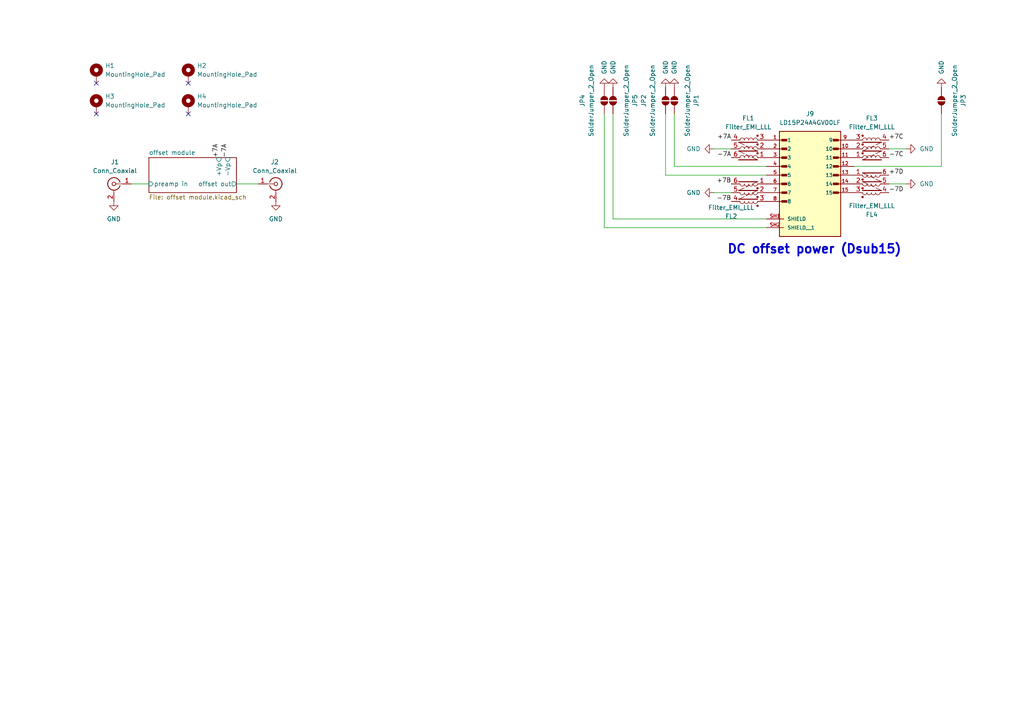
<source format=kicad_sch>
(kicad_sch (version 20250114) (generator "eeschema") (generator_version "9.0")
  (paper "A4")
  (lib_symbols
    (symbol "Connector:Conn_Coaxial" (pin_names (offset 1.016) (hide yes))
      (property "Reference" "J" (at 0.254 3.048 0))
      (property "Value" "Conn_Coaxial" (at 2.921 0 90))
      (symbol "Conn_Coaxial_0_1"
        (polyline (pts (xy -2.54 0) (xy -0.508 0)))
        (arc (start 1.778 0) (mid 0.222 -1.8079) (end -1.778 -0.508) (stroke (width 0.254)))
        (arc (start -1.778 0.508) (mid 0.2221 1.8084) (end 1.778 0) (stroke (width 0.254)))
        (circle (center 0 0) (radius 0.508) (stroke (width 0.2032)))
        (polyline (pts (xy 0 -2.54) (xy 0 -1.778)))
      )
      (symbol "Conn_Coaxial_1_1"
        (pin passive line (at -5.08 0 0) (length 2.54) (name "In") (number "1"))
        (pin passive line (at 0 -5.08 90) (length 2.54) (name "Ext") (number "2"))
      )
    )
    (symbol "Device:Filter_EMI_LLL" (pin_names (hide yes))
      (property "Reference" "FL1" (at 0.1385 8.89 0))
      (property "Value" "Filter_EMI_LLL" (at 0.1385 6.35 0))
      (symbol "Filter_EMI_LLL_0_1"
        (circle (center -2.54 3.81) (radius 0.254) (fill (type outline)))
        (polyline (pts (xy -2.54 1.905) (xy 2.921 1.905)) (stroke (width 0.3)))
        (circle (center -2.54 1.27) (radius 0.254) (fill (type outline)))
        (polyline (pts (xy -2.54 -0.635) (xy 2.921 -0.635)) (stroke (width 0.3)))
        (circle (center -2.54 -1.27) (radius 0.254) (fill (type outline)))
        (polyline (pts (xy -2.54 -3.175) (xy 2.921 -3.175)) (stroke (width 0.3)))
        (arc (start -2.54 2.54) (mid -1.905 3.1723) (end -1.27 2.54))
        (arc (start -2.54 0) (mid -1.905 0.6323) (end -1.27 0))
        (arc (start -2.54 -2.54) (mid -1.905 -1.9077) (end -1.27 -2.54))
        (polyline (pts (xy -0.889 0.127) (xy -2.54 -0.635)) (stroke (width 0.1524)))
        (polyline (pts (xy -0.889 -2.413) (xy -2.54 -3.175)) (stroke (width 0.1524)))
        (arc (start -1.27 2.54) (mid -0.635 3.1723) (end 0 2.54))
        (arc (start -1.27 0) (mid -0.635 0.6323) (end 0 0))
        (arc (start -1.27 -2.54) (mid -0.635 -1.9077) (end 0 -2.54))
        (arc (start 0 2.54) (mid 0.635 3.1723) (end 1.27 2.54))
        (arc (start 0 0) (mid 0.635 0.6323) (end 1.27 0))
        (arc (start 0 -2.54) (mid 0.635 -1.9077) (end 1.27 -2.54))
        (polyline (pts (xy 0.762 0.889) (xy -0.254 0.381)) (stroke (width 0.1524)))
        (polyline (pts (xy 0.762 -1.651) (xy -0.254 -2.159)) (stroke (width 0.1524)))
        (arc (start 1.27 2.54) (mid 1.905 3.1723) (end 2.54 2.54))
        (arc (start 1.27 0) (mid 1.905 0.6323) (end 2.54 0))
        (arc (start 1.27 -2.54) (mid 1.905 -1.9077) (end 2.54 -2.54))
        (polyline (pts (xy 2.921 1.905) (xy 1.27 1.143)) (stroke (width 0.1524)))
        (polyline (pts (xy 2.921 -0.635) (xy 1.27 -1.397)) (stroke (width 0.1524)))
      )
      (symbol "Filter_EMI_LLL_1_1"
        (pin passive line (at -5.08 2.54 0) (length 2.54) (name "1") (number "3"))
        (pin passive line (at -5.08 0 0) (length 2.54) (name "3") (number "2"))
        (pin passive line (at -5.08 -2.54 0) (length 2.54) (name "5") (number "1"))
        (pin passive line (at 5.08 2.54 180) (length 2.54) (name "2") (number "4"))
        (pin passive line (at 5.08 0 180) (length 2.54) (name "4") (number "5"))
        (pin passive line (at 5.08 -2.54 180) (length 2.54) (name "6") (number "6"))
      )
    )
    (symbol "Jumper:SolderJumper_2_Open" (pin_numbers (hide yes)) (pin_names (offset 0) (hide yes)) (in_bom no)
      (property "Reference" "JP" (at 0 2.032 0))
      (property "Value" "SolderJumper_2_Open" (at 0 -2.54 0))
      (symbol "SolderJumper_2_Open_0_1"
        (polyline (pts (xy -0.254 1.016) (xy -0.254 -1.016)))
        (arc (start -0.254 -1.016) (mid -1.2656 0) (end -0.254 1.016))
        (arc (start -0.254 -1.016) (mid -1.2656 0) (end -0.254 1.016) (fill (type outline)))
        (arc (start 0.254 1.016) (mid 1.2656 0) (end 0.254 -1.016))
        (arc (start 0.254 1.016) (mid 1.2656 0) (end 0.254 -1.016) (fill (type outline)))
        (polyline (pts (xy 0.254 1.016) (xy 0.254 -1.016)))
      )
      (symbol "SolderJumper_2_Open_1_1"
        (pin passive line (at -3.81 0 0) (length 2.54) (name "A") (number "1"))
        (pin passive line (at 3.81 0 180) (length 2.54) (name "B") (number "2"))
      )
    )
    (symbol "Library:LD15P24A4GV00LF" (pin_names (offset 1.016))
      (property "Reference" "J" (at -10.16 13.97 0))
      (property "Value" "LD15P24A4GV00LF" (at -10.16 -20.32 0))
      (symbol "LD15P24A4GV00LF_0_0"
        (rectangle (start -8.89 -17.78) (end 8.89 12.7) (stroke (width 0.254)) (fill (type background)))
        (rectangle (start -8.255 9.8425) (end -6.6675 10.4775) (stroke (width 0.1)) (fill (type outline)))
        (rectangle (start -8.255 7.3025) (end -6.6675 7.9375) (stroke (width 0.1)) (fill (type outline)))
        (rectangle (start -8.255 4.7625) (end -6.6675 5.3975) (stroke (width 0.1)) (fill (type outline)))
        (rectangle (start -8.255 2.2225) (end -6.6675 2.8575) (stroke (width 0.1)) (fill (type outline)))
        (rectangle (start -8.255 -0.3175) (end -6.6675 0.3175) (stroke (width 0.1)) (fill (type outline)))
        (rectangle (start -8.255 -2.8575) (end -6.6675 -2.2225) (stroke (width 0.1)) (fill (type outline)))
        (rectangle (start -8.255 -5.3975) (end -6.6675 -4.7625) (stroke (width 0.1)) (fill (type outline)))
        (rectangle (start -8.255 -7.9375) (end -6.6675 -7.3025) (stroke (width 0.1)) (fill (type outline)))
        (rectangle (start 6.6675 9.8425) (end 8.255 10.4775) (stroke (width 0.1)) (fill (type outline)))
        (rectangle (start 6.6675 7.3025) (end 8.255 7.9375) (stroke (width 0.1)) (fill (type outline)))
        (rectangle (start 6.6675 4.7625) (end 8.255 5.3975) (stroke (width 0.1)) (fill (type outline)))
        (rectangle (start 6.6675 2.2225) (end 8.255 2.8575) (stroke (width 0.1)) (fill (type outline)))
        (rectangle (start 6.6675 -0.3175) (end 8.255 0.3175) (stroke (width 0.1)) (fill (type outline)))
        (rectangle (start 6.6675 -2.8575) (end 8.255 -2.2225) (stroke (width 0.1)) (fill (type outline)))
        (rectangle (start 6.6675 -5.3975) (end 8.255 -4.7625) (stroke (width 0.1)) (fill (type outline)))
        (pin passive line (at -12.7 10.16 0) (length 5.08) (name "1") (number "1"))
        (pin passive line (at -12.7 7.62 0) (length 5.08) (name "2") (number "2"))
        (pin passive line (at -12.7 5.08 0) (length 5.08) (name "3") (number "3"))
        (pin passive line (at -12.7 2.54 0) (length 5.08) (name "4") (number "4"))
        (pin passive line (at -12.7 0 0) (length 5.08) (name "5") (number "5"))
        (pin passive line (at -12.7 -2.54 0) (length 5.08) (name "6") (number "6"))
        (pin passive line (at -12.7 -5.08 0) (length 5.08) (name "7") (number "7"))
        (pin passive line (at -12.7 -7.62 0) (length 5.08) (name "8") (number "8"))
        (pin passive line (at -12.7 -12.7 0) (length 5.08) (name "SHIELD") (number "SH1"))
        (pin passive line (at -12.7 -15.24 0) (length 5.08) (name "SHIELD__1") (number "SH2"))
        (pin passive line (at 12.7 10.16 180) (length 5.08) (name "9") (number "9"))
        (pin passive line (at 12.7 7.62 180) (length 5.08) (name "10") (number "10"))
        (pin passive line (at 12.7 5.08 180) (length 5.08) (name "11") (number "11"))
        (pin passive line (at 12.7 2.54 180) (length 5.08) (name "12") (number "12"))
        (pin passive line (at 12.7 0 180) (length 5.08) (name "13") (number "13"))
        (pin passive line (at 12.7 -2.54 180) (length 5.08) (name "14") (number "14"))
        (pin passive line (at 12.7 -5.08 180) (length 5.08) (name "15") (number "15"))
      )
    )
    (symbol "Mechanical:MountingHole_Pad" (pin_numbers (hide yes)) (pin_names (offset 1.016) (hide yes)) (in_bom no)
      (property "Reference" "H" (at 0 6.35 0))
      (property "Value" "MountingHole_Pad" (at 0 4.445 0))
      (symbol "MountingHole_Pad_0_1"
        (circle (center 0 1.27) (radius 1.27) (stroke (width 1.27)))
      )
      (symbol "MountingHole_Pad_1_1"
        (pin input line (at 0 -2.54 90) (length 2.54) (name "1") (number "1"))
      )
    )
    (symbol "power:GND" (power) (pin_numbers (hide yes)) (pin_names (offset 0) (hide yes))
      (property "Value" "GND" (at 0 -3.81 0))
      (symbol "GND_0_1"
        (polyline (pts (xy 0 0) (xy 0 -1.27) (xy 1.27 -1.27) (xy 0 -2.54) (xy -1.27 -1.27) (xy 0 -1.27)))
      )
      (symbol "GND_1_1"
        (pin power_in line (at 0 0 270) (length 0) (name "~") (number "1"))
      )
    )
  )
  (text "DC offset power (Dsub15)" (at 236.22 72.39 0) (effects (font (size 2.54 2.54) (thickness 0.508) (bold yes))))
  (no_connect (at 27.94 33.02))
  (no_connect (at 54.61 24.13))
  (no_connect (at 54.61 33.02))
  (no_connect (at 27.94 24.13))
  (wire (pts (xy 262.89 43.18) (xy 257.81 43.18)))
  (wire (pts (xy 38.1 53.34) (xy 43.18 53.34)))
  (wire (pts (xy 175.26 33.02) (xy 175.26 66.04)))
  (wire (pts (xy 193.04 33.02) (xy 193.04 50.8)))
  (wire (pts (xy 195.58 48.26) (xy 195.58 33.02)))
  (wire (pts (xy 222.25 48.26) (xy 195.58 48.26)))
  (wire (pts (xy 222.25 63.5) (xy 177.8 63.5)))
  (wire (pts (xy 207.01 55.88) (xy 212.09 55.88)))
  (wire (pts (xy 262.89 53.34) (xy 257.81 53.34)))
  (wire (pts (xy 193.04 50.8) (xy 222.25 50.8)))
  (wire (pts (xy 273.05 48.26) (xy 273.05 33.02)))
  (wire (pts (xy 207.01 43.18) (xy 212.09 43.18)))
  (wire (pts (xy 177.8 63.5) (xy 177.8 33.02)))
  (wire (pts (xy 247.65 48.26) (xy 273.05 48.26)))
  (wire (pts (xy 68.58 53.34) (xy 74.93 53.34)))
  (wire (pts (xy 175.26 66.04) (xy 222.25 66.04)))
  (label "+7B" (at 212.09 53.34 180))
  (label "-7A" (at 66.04 45.72 90))
  (label "+7A" (at 212.09 40.64 180))
  (label "-7A" (at 212.09 45.72 180))
  (label "+7C" (at 257.81 40.64 0))
  (label "-7C" (at 257.81 45.72 0))
  (label "-7B" (at 212.09 58.42 180))
  (label "-7D" (at 257.81 55.88 0))
  (label "+7D" (at 257.81 50.8 0))
  (label "+7A" (at 63.5 45.72 90))
  (symbol (lib_id "Connector:Conn_Coaxial") (at 80.01 53.34 0) (unit 1)
    (property "Reference" "J2" (at 79.6926 46.99 0))
    (property "Value" "Conn_Coaxial" (at 79.6926 49.53 0))
    (property "Footprint" "Connector_Coaxial:MMCX_Molex_73415-0961_Horizontal_1.0mm-PCB" (effects (hide yes)))
    (property "Description" "coaxial connector (BNC, SMA, SMB, SMC, Cinch/RCA, LEMO, ...)" (effects (hide yes)))
  )
  (symbol (lib_id "Mechanical:MountingHole_Pad") (at 27.94 21.59 0) (unit 1) (in_bom no)
    (property "Reference" "H1" (at 30.48 19.0499 0) (effects (justify left)))
    (property "Value" "MountingHole_Pad" (at 30.48 21.5899 0) (effects (justify left)))
    (property "Footprint" "MountingHole:MountingHole_3.2mm_M3_Pad" (effects (hide yes)))
    (property "Description" "Mounting Hole with connection" (effects (hide yes)))
  )
  (symbol (lib_id "power:GND") (at 175.26 25.4 180) (unit 1)
    (property "Reference" "#PWR033" (effects (hide yes)))
    (property "Value" "GND" (at 175.2601 21.59 90) (effects (justify right)))
    (property "Description" "Power symbol creates a global label with name \"GND\" , ground" (effects (hide yes)))
  )
  (symbol (lib_id "Device:Filter_EMI_LLL") (at 252.73 43.18 0) (unit 1)
    (property "Reference" "FL3" (at 252.8685 34.29 0))
    (property "Value" "Filter_EMI_LLL" (at 252.8685 36.83 0))
    (property "Footprint" "Library:WE-SL3_744252XXX" (effects (hide yes)))
    (property "Datasheet" "https://www.we-online.com/components/products/datasheet/744253200.pdf" (effects (hide yes)))
    (property "Description" "EMI 3-inductor filter" (effects (hide yes)))
  )
  (symbol (lib_id "Jumper:SolderJumper_2_Open") (at 177.8 29.21 270) (unit 1) (in_bom no)
    (property "Reference" "JP5" (at 184.15 29.21 0))
    (property "Value" "SolderJumper_2_Open" (at 181.61 29.21 0))
    (property "Description" "Solder Jumper, 2-pole, open" (effects (hide yes)))
  )
  (symbol (lib_id "power:GND") (at 177.8 25.4 180) (unit 1)
    (property "Reference" "#PWR034" (effects (hide yes)))
    (property "Value" "GND" (at 177.8001 21.59 90) (effects (justify right)))
    (property "Description" "Power symbol creates a global label with name \"GND\" , ground" (effects (hide yes)))
  )
  (symbol (lib_id "Jumper:SolderJumper_2_Open") (at 175.26 29.21 270) (unit 1) (in_bom no)
    (property "Reference" "JP4" (at 168.91 29.21 0))
    (property "Value" "SolderJumper_2_Open" (at 171.45 29.21 0))
    (property "Description" "Solder Jumper, 2-pole, open" (effects (hide yes)))
  )
  (symbol (lib_id "Mechanical:MountingHole_Pad") (at 54.61 30.48 0) (unit 1) (in_bom no)
    (property "Reference" "H4" (at 57.15 27.9399 0) (effects (justify left)))
    (property "Value" "MountingHole_Pad" (at 57.15 30.4799 0) (effects (justify left)))
    (property "Footprint" "MountingHole:MountingHole_3.2mm_M3_Pad" (effects (hide yes)))
    (property "Description" "Mounting Hole with connection" (effects (hide yes)))
  )
  (symbol (lib_id "power:GND") (at 262.89 53.34 90) (mirror x) (unit 1)
    (property "Reference" "#PWR031" (effects (hide yes)))
    (property "Value" "GND" (at 266.7 53.3399 90) (effects (justify right)))
    (property "Description" "Power symbol creates a global label with name \"GND\" , ground" (effects (hide yes)))
  )
  (symbol (lib_id "power:GND") (at 33.02 58.42 0) (unit 1)
    (property "Reference" "#PWR04" (effects (hide yes)))
    (property "Value" "GND" (at 33.02 63.5 0))
    (property "Description" "Power symbol creates a global label with name \"GND\" , ground" (effects (hide yes)))
  )
  (symbol (lib_id "Device:Filter_EMI_LLL") (at 252.73 53.34 0) (mirror x) (unit 1)
    (property "Reference" "FL4" (at 252.8685 62.23 0))
    (property "Value" "Filter_EMI_LLL" (at 252.8685 59.69 0))
    (property "Footprint" "Library:WE-SL3_744252XXX" (effects (hide yes)))
    (property "Datasheet" "https://www.we-online.com/components/products/datasheet/744253200.pdf" (effects (hide yes)))
    (property "Description" "EMI 3-inductor filter" (effects (hide yes)))
  )
  (symbol (lib_id "power:GND") (at 207.01 43.18 270) (unit 1)
    (property "Reference" "#PWR09" (effects (hide yes)))
    (property "Value" "GND" (at 203.2 43.1799 90) (effects (justify right)))
    (property "Description" "Power symbol creates a global label with name \"GND\" , ground" (effects (hide yes)))
  )
  (symbol (lib_id "power:GND") (at 207.01 55.88 270) (unit 1)
    (property "Reference" "#PWR029" (effects (hide yes)))
    (property "Value" "GND" (at 203.2 55.8799 90) (effects (justify right)))
    (property "Description" "Power symbol creates a global label with name \"GND\" , ground" (effects (hide yes)))
  )
  (symbol (lib_id "Jumper:SolderJumper_2_Open") (at 273.05 29.21 270) (unit 1) (in_bom no)
    (property "Reference" "JP3" (at 279.4 29.21 0))
    (property "Value" "SolderJumper_2_Open" (at 276.86 29.21 0))
    (property "Description" "Solder Jumper, 2-pole, open" (effects (hide yes)))
  )
  (symbol (lib_id "Device:Filter_EMI_LLL") (at 217.17 55.88 180) (unit 1)
    (property "Reference" "FL2" (at 212.09 62.738 0))
    (property "Value" "Filter_EMI_LLL" (at 212.09 60.198 0))
    (property "Footprint" "Library:WE-SL3_744252XXX" (effects (hide yes)))
    (property "Datasheet" "https://www.we-online.com/components/products/datasheet/744253200.pdf" (effects (hide yes)))
    (property "Description" "EMI 3-inductor filter" (effects (hide yes)))
  )
  (symbol (lib_id "power:GND") (at 80.01 58.42 0) (mirror y) (unit 1)
    (property "Reference" "#PWR05" (effects (hide yes)))
    (property "Value" "GND" (at 80.01 63.5 0))
    (property "Description" "Power symbol creates a global label with name \"GND\" , ground" (effects (hide yes)))
  )
  (symbol (lib_id "Jumper:SolderJumper_2_Open") (at 195.58 29.21 270) (unit 1) (in_bom no)
    (property "Reference" "JP1" (at 201.93 29.21 0))
    (property "Value" "SolderJumper_2_Open" (at 199.39 29.21 0))
    (property "Description" "Solder Jumper, 2-pole, open" (effects (hide yes)))
  )
  (symbol (lib_id "Mechanical:MountingHole_Pad") (at 27.94 30.48 0) (unit 1) (in_bom no)
    (property "Reference" "H3" (at 30.48 27.9399 0) (effects (justify left)))
    (property "Value" "MountingHole_Pad" (at 30.48 30.4799 0) (effects (justify left)))
    (property "Footprint" "MountingHole:MountingHole_3.2mm_M3_Pad" (effects (hide yes)))
    (property "Description" "Mounting Hole with connection" (effects (hide yes)))
  )
  (symbol (lib_id "power:GND") (at 262.89 43.18 90) (mirror x) (unit 1)
    (property "Reference" "#PWR030" (effects (hide yes)))
    (property "Value" "GND" (at 266.7 43.1799 90) (effects (justify right)))
    (property "Description" "Power symbol creates a global label with name \"GND\" , ground" (effects (hide yes)))
  )
  (symbol (lib_id "Connector:Conn_Coaxial") (at 33.02 53.34 0) (mirror y) (unit 1)
    (property "Reference" "J1" (at 33.3374 46.99 0))
    (property "Value" "Conn_Coaxial" (at 33.3374 49.53 0))
    (property "Footprint" "Connector_Coaxial:MMCX_Molex_73415-0961_Horizontal_1.0mm-PCB" (effects (hide yes)))
    (property "Description" "coaxial connector (BNC, SMA, SMB, SMC, Cinch/RCA, LEMO, ...)" (effects (hide yes)))
  )
  (symbol (lib_id "Device:Filter_EMI_LLL") (at 217.17 43.18 0) (mirror y) (unit 1)
    (property "Reference" "FL1" (at 217.0315 34.29 0))
    (property "Value" "Filter_EMI_LLL" (at 217.0315 36.83 0))
    (property "Footprint" "Library:WE-SL3_744252XXX" (effects (hide yes)))
    (property "Datasheet" "https://www.we-online.com/components/products/datasheet/744253200.pdf" (effects (hide yes)))
    (property "Description" "EMI 3-inductor filter" (effects (hide yes)))
  )
  (symbol (lib_id "Mechanical:MountingHole_Pad") (at 54.61 21.59 0) (unit 1) (in_bom no)
    (property "Reference" "H2" (at 57.15 19.0499 0) (effects (justify left)))
    (property "Value" "MountingHole_Pad" (at 57.15 21.5899 0) (effects (justify left)))
    (property "Footprint" "MountingHole:MountingHole_3.2mm_M3_Pad" (effects (hide yes)))
    (property "Description" "Mounting Hole with connection" (effects (hide yes)))
  )
  (symbol (lib_id "power:GND") (at 195.58 25.4 180) (unit 1)
    (property "Reference" "#PWR010" (effects (hide yes)))
    (property "Value" "GND" (at 195.5801 21.59 90) (effects (justify right)))
    (property "Description" "Power symbol creates a global label with name \"GND\" , ground" (effects (hide yes)))
  )
  (symbol (lib_id "Jumper:SolderJumper_2_Open") (at 193.04 29.21 270) (unit 1) (in_bom no)
    (property "Reference" "JP2" (at 186.69 29.21 0))
    (property "Value" "SolderJumper_2_Open" (at 189.23 29.21 0))
    (property "Description" "Solder Jumper, 2-pole, open" (effects (hide yes)))
  )
  (symbol (lib_id "power:GND") (at 273.05 25.4 180) (unit 1)
    (property "Reference" "#PWR032" (effects (hide yes)))
    (property "Value" "GND" (at 273.0501 21.59 90) (effects (justify right)))
    (property "Description" "Power symbol creates a global label with name \"GND\" , ground" (effects (hide yes)))
  )
  (symbol (lib_id "Library:LD15P24A4GV00LF") (at 234.95 50.8 0) (unit 1)
    (property "Reference" "J9" (at 234.95 33.02 0))
    (property "Value" "LD15P24A4GV00LF" (at 234.95 35.56 0))
    (property "Footprint" "Library:AMPHENOL_LD15P24A4GV00LF" (effects (hide yes)))
    (property "PARTREV" "B" (effects (hide yes)))
    (property "STANDARD" "Manufacturer Recommendations" (effects (hide yes)))
    (property "MAXIMUM_PACKAGE_HEIGHT" "12.35mm" (effects (hide yes)))
    (property "MANUFACTURER" "Amphenol" (effects (hide yes)))
  )
  (symbol (lib_id "power:GND") (at 193.04 25.4 180) (unit 1)
    (property "Reference" "#PWR012" (effects (hide yes)))
    (property "Value" "GND" (at 193.0401 21.59 90) (effects (justify right)))
    (property "Description" "Power symbol creates a global label with name \"GND\" , ground" (effects (hide yes)))
  )
  (sheet (at 43.18 45.72) (size 25.4 10.16) (stroke (width 0.1524))
    (property "Sheetname" "offset module" (at 43.18 45.0084 0) (effects (justify left bottom)))
    (property "Sheetfile" "offset module.kicad_sch" (at 43.18 56.4646 0) (effects (justify left top)))
    (pin "offset out" output (at 68.58 53.34 0))
    (pin "preamp in" input (at 43.18 53.34 180))
    (pin "+Vp" input (at 63.5 45.72 90))
    (pin "-Vp" input (at 66.04 45.72 90))
  )
)
</source>
